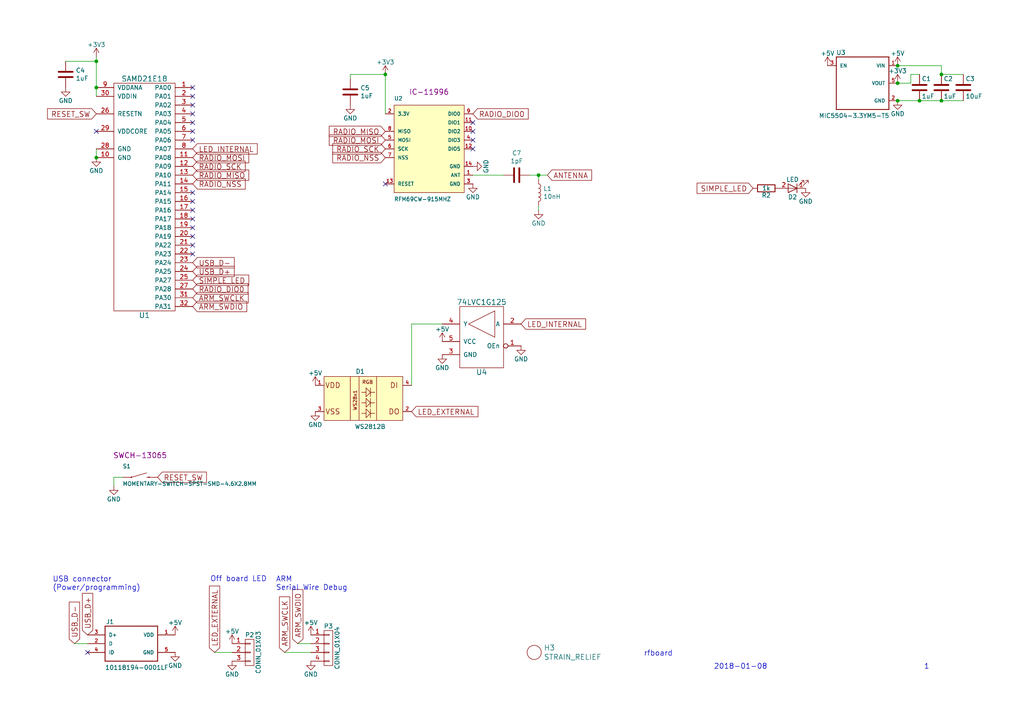
<source format=kicad_sch>
(kicad_sch (version 20231120) (generator "eeschema") (generator_version "8.0")
  (paper "A4")
  (lib_symbols
    (symbol "10118194-0001LF:10118194-0001LF" (pin_names (offset 1.016))
      (property "Reference" "J" (at -7.366 5.588 0))
      (property "Value" "10118194-0001LF" (at -7.6454 -7.6454 0))
      (symbol "10118194-0001LF_0_0"
        (polyline (pts (xy -7.62 -5.08) (xy 7.62 -5.08)) (stroke (width 0.254)))
        (polyline (pts (xy -7.62 5.08) (xy -7.62 -5.08)) (stroke (width 0.254)))
        (polyline (pts (xy 7.62 -5.08) (xy 7.62 5.08)) (stroke (width 0.254)))
        (polyline (pts (xy 7.62 5.08) (xy -7.62 5.08)) (stroke (width 0.254)))
        (pin power_out line (at 12.7 2.54 180) (length 5.08) (name "VDD") (number "1"))
        (pin bidirectional line (at -12.7 0 0) (length 5.08) (name "D") (number "2"))
        (pin bidirectional line (at -12.7 2.54 0) (length 5.08) (name "D+") (number "3"))
        (pin passive line (at -12.7 -2.54 0) (length 5.08) (name "ID") (number "4"))
        (pin power_out line (at 12.7 -2.54 180) (length 5.08) (name "GND") (number "5"))
      )
    )
    (symbol "Device:C" (pin_numbers hide) (pin_names (offset 0.254))
      (property "Reference" "C" (at 0.635 2.54 0))
      (property "Value" "C" (at 0.635 -2.54 0))
      (symbol "C_0_1"
        (polyline (pts (xy -2.032 -0.762) (xy 2.032 -0.762)) (stroke (width 0.508)))
        (polyline (pts (xy -2.032 0.762) (xy 2.032 0.762)) (stroke (width 0.508)))
      )
      (symbol "C_1_1"
        (pin passive line (at 0 3.81 270) (length 2.794) (name "~") (number "1"))
        (pin passive line (at 0 -3.81 90) (length 2.794) (name "~") (number "2"))
      )
    )
    (symbol "Device:L" (pin_numbers hide) (pin_names (offset 1.016) hide)
      (property "Reference" "L" (at -1.27 0 90))
      (property "Value" "L" (at 1.905 0 90))
      (symbol "L_0_1"
        (arc (start 0 -2.54) (mid 0.6323 -1.905) (end 0 -1.27))
        (arc (start 0 -1.27) (mid 0.6323 -0.635) (end 0 0))
        (arc (start 0 0) (mid 0.6323 0.635) (end 0 1.27))
        (arc (start 0 1.27) (mid 0.6323 1.905) (end 0 2.54))
      )
      (symbol "L_1_1"
        (pin passive line (at 0 3.81 270) (length 1.27) (name "1") (number "1"))
        (pin passive line (at 0 -3.81 90) (length 1.27) (name "2") (number "2"))
      )
    )
    (symbol "Homebrew:HOLE" (pin_names (offset 1.016))
      (property "Reference" "H" (at 0 -3.302 0))
      (property "Value" "HOLE" (at 0 3.048 0))
      (symbol "HOLE_0_1"
        (circle (center 0 0) (radius 2.0574))
      )
    )
    (symbol "Homebrew:SAMD21E18" (pin_names (offset 1.016))
      (property "Reference" "U" (at -2.54 -36.83 0))
      (property "Value" "SAMD21E18" (at -2.54 31.75 0))
      (symbol "SAMD21E18_0_1"
        (rectangle (start -11.43 30.48) (end 6.35 -35.56))
      )
      (symbol "SAMD21E18_1_1"
        (pin bidirectional line (at 11.43 29.21 180) (length 5.08) (name "PA00") (number "1"))
        (pin power_in line (at -16.51 8.89 0) (length 5.08) (name "GND") (number "10"))
        (pin bidirectional line (at 11.43 8.89 180) (length 5.08) (name "PA08") (number "11"))
        (pin bidirectional line (at 11.43 6.35 180) (length 5.08) (name "PA09") (number "12"))
        (pin bidirectional line (at 11.43 3.81 180) (length 5.08) (name "PA10") (number "13"))
        (pin bidirectional line (at 11.43 1.27 180) (length 5.08) (name "PA11") (number "14"))
        (pin bidirectional line (at 11.43 -1.27 180) (length 5.08) (name "PA14") (number "15"))
        (pin bidirectional line (at 11.43 -3.81 180) (length 5.08) (name "PA15") (number "16"))
        (pin bidirectional line (at 11.43 -6.35 180) (length 5.08) (name "PA16") (number "17"))
        (pin bidirectional line (at 11.43 -8.89 180) (length 5.08) (name "PA17") (number "18"))
        (pin bidirectional line (at 11.43 -11.43 180) (length 5.08) (name "PA18") (number "19"))
        (pin bidirectional line (at 11.43 26.67 180) (length 5.08) (name "PA01") (number "2"))
        (pin bidirectional line (at 11.43 -13.97 180) (length 5.08) (name "PA19") (number "20"))
        (pin bidirectional line (at 11.43 -16.51 180) (length 5.08) (name "PA22") (number "21"))
        (pin bidirectional line (at 11.43 -19.05 180) (length 5.08) (name "PA23") (number "22"))
        (pin bidirectional line (at 11.43 -21.59 180) (length 5.08) (name "PA24") (number "23"))
        (pin bidirectional line (at 11.43 -24.13 180) (length 5.08) (name "PA25") (number "24"))
        (pin bidirectional line (at 11.43 -26.67 180) (length 5.08) (name "PA27") (number "25"))
        (pin input line (at -16.51 21.59 0) (length 5.08) (name "RESETN") (number "26"))
        (pin bidirectional line (at 11.43 -29.21 180) (length 5.08) (name "PA28") (number "27"))
        (pin power_in line (at -16.51 11.43 0) (length 5.08) (name "GND") (number "28"))
        (pin output line (at -16.51 16.51 0) (length 5.08) (name "VDDCORE") (number "29"))
        (pin bidirectional line (at 11.43 24.13 180) (length 5.08) (name "PA02") (number "3"))
        (pin power_in line (at -16.51 26.67 0) (length 5.08) (name "VDDIN") (number "30"))
        (pin bidirectional line (at 11.43 -31.75 180) (length 5.08) (name "PA30") (number "31"))
        (pin bidirectional line (at 11.43 -34.29 180) (length 5.08) (name "PA31") (number "32"))
        (pin bidirectional line (at 11.43 21.59 180) (length 5.08) (name "PA03") (number "4"))
        (pin bidirectional line (at 11.43 19.05 180) (length 5.08) (name "PA04") (number "5"))
        (pin bidirectional line (at 11.43 16.51 180) (length 5.08) (name "PA05") (number "6"))
        (pin bidirectional line (at 11.43 13.97 180) (length 5.08) (name "PA06") (number "7"))
        (pin bidirectional line (at 11.43 11.43 180) (length 5.08) (name "PA07") (number "8"))
        (pin power_in line (at -16.51 29.21 0) (length 5.08) (name "VDDANA") (number "9"))
      )
    )
    (symbol "MIC5504-3.3YM5-T5:MIC5504-3.3YM5-T5" (pin_names (offset 1.016))
      (property "Reference" "U" (at -7.6454 8.1534 0))
      (property "Value" "MIC5504-3.3YM5-T5" (at -7.6454 -10.1854 0))
      (symbol "MIC5504-3.3YM5-T5_0_0"
        (polyline (pts (xy -7.62 -7.62) (xy 7.62 -7.62)) (stroke (width 0.254)))
        (polyline (pts (xy -7.62 7.62) (xy -7.62 -7.62)) (stroke (width 0.254)))
        (polyline (pts (xy 7.62 -7.62) (xy 7.62 7.62)) (stroke (width 0.254)))
        (polyline (pts (xy 7.62 7.62) (xy -7.62 7.62)) (stroke (width 0.254)))
        (pin power_in line (at 10.16 5.08 180) (length 2.54) (name "VIN") (number "1"))
        (pin power_in line (at 10.16 -5.08 180) (length 2.54) (name "GND") (number "2"))
        (pin input line (at -10.16 5.08 0) (length 2.54) (name "EN") (number "3"))
        (pin output line (at 10.16 0 180) (length 2.54) (name "VOUT") (number "5"))
      )
    )
    (symbol "SparkFun-RF:RFM69CW-915MHZ" (pin_names (offset 1.016))
      (property "Reference" "U" (at -10.16 13.97 0))
      (property "Value" "RFM69CW-915MHZ" (at -10.16 -15.24 0))
      (property "Field5" "IC-11996" (at 0 16.51 0))
      (symbol "RFM69CW-915MHZ_1_1"
        (polyline (pts (xy -10.16 12.7) (xy -10.16 -12.7) (xy 10.16 -12.7) (xy 10.16 12.7) (xy -10.16 12.7)) (fill (type background)))
        (pin passive line (at 12.7 -7.62 180) (length 2.54) (name "ANT") (number "1"))
        (pin bidirectional line (at 12.7 5.08 180) (length 2.54) (name "DIO2") (number "10"))
        (pin bidirectional line (at 12.7 7.62 180) (length 2.54) (name "DIO1") (number "11"))
        (pin bidirectional line (at 12.7 0 180) (length 2.54) (name "DIO5") (number "12"))
        (pin input line (at -12.7 -10.16 0) (length 2.54) (name "RESET") (number "13"))
        (pin power_in line (at 12.7 -5.08 180) (length 2.54) (name "GND") (number "14"))
        (pin power_in line (at -12.7 10.16 0) (length 2.54) (name "3.3V") (number "2"))
        (pin power_in line (at 12.7 -10.16 180) (length 2.54) (name "GND") (number "3"))
        (pin bidirectional line (at 12.7 2.54 180) (length 2.54) (name "DIO3") (number "4"))
        (pin input line (at -12.7 2.54 0) (length 2.54) (name "MOSI") (number "5"))
        (pin input line (at -12.7 0 0) (length 2.54) (name "SCK") (number "6"))
        (pin input line (at -12.7 -2.54 0) (length 2.54) (name "NSS") (number "7"))
        (pin bidirectional line (at -12.7 5.08 0) (length 2.54) (name "MISO") (number "8"))
        (pin bidirectional line (at 12.7 10.16 180) (length 2.54) (name "DIO0") (number "9"))
      )
    )
    (symbol "SparkFun-Switches:MOMENTARY-SWITCH-SPST-SMD-4.6X2.8MM" (pin_numbers hide) (pin_names (offset 1.016) hide)
      (property "Reference" "S" (at -5.08 2.54 0))
      (property "Value" "MOMENTARY-SWITCH-SPST-SMD-4.6X2.8MM" (at -5.08 -2.54 0))
      (property "Field5" "SWCH-13065" (at 0 6.35 0))
      (symbol "MOMENTARY-SWITCH-SPST-SMD-4.6X2.8MM_1_0"
        (polyline (pts (xy -2.54 0) (xy 1.905 1.27)))
        (polyline (pts (xy 1.905 0) (xy 2.54 0)))
      )
      (symbol "MOMENTARY-SWITCH-SPST-SMD-4.6X2.8MM_1_1"
        (circle (center -2.54 0) (radius 0.127) (fill (type outline)))
        (circle (center 2.54 0) (radius 0.127) (fill (type outline)))
        (pin passive line (at -5.08 0 0) (length 2.54) (name "1") (number "1"))
        (pin passive line (at -5.08 0 0) (length 2.54) hide (name "1") (number "2"))
        (pin passive line (at 5.08 0 180) (length 2.54) (name "2") (number "3"))
        (pin passive line (at 5.08 0 180) (length 2.54) hide (name "2") (number "4"))
      )
    )
    (symbol "rfboard-rescue:+3V3-power" (power) (pin_names (offset 0))
      (property "Value" "power_+3V3" (at 0 3.556 0))
      (symbol "+3V3-power_0_1"
        (polyline (pts (xy -0.762 1.27) (xy 0 2.54)))
        (polyline (pts (xy 0 0) (xy 0 2.54)))
        (polyline (pts (xy 0 2.54) (xy 0.762 1.27)))
      )
      (symbol "+3V3-power_1_1"
        (pin power_in line (at 0 0 90) (length 0) hide (name "+3V3") (number "1"))
      )
    )
    (symbol "rfboard-rescue:+5V-power" (power) (pin_names (offset 0))
      (property "Value" "power_+5V" (at 0 3.556 0))
      (symbol "+5V-power_0_1"
        (polyline (pts (xy -0.762 1.27) (xy 0 2.54)))
        (polyline (pts (xy 0 0) (xy 0 2.54)))
        (polyline (pts (xy 0 2.54) (xy 0.762 1.27)))
      )
      (symbol "+5V-power_1_1"
        (pin power_in line (at 0 0 90) (length 0) hide (name "+5V") (number "1"))
      )
    )
    (symbol "rfboard-rescue:74LVC1G125" (pin_names (offset 1.016))
      (property "Reference" "U" (at 1.27 -12.7 0))
      (property "Value" "74LVC1G125" (at 1.27 7.62 0))
      (symbol "74LVC1G125_0_1"
        (rectangle (start -5.08 6.35) (end 7.62 -11.43))
        (polyline (pts (xy -2.54 5.08) (xy -2.54 -2.54)))
        (polyline (pts (xy -2.54 -2.54) (xy 5.08 1.27) (xy -2.54 5.08)))
      )
      (symbol "74LVC1G125_1_1"
        (pin input inverted (at -10.16 -5.08 0) (length 5.08) (name "OEn") (number "1"))
        (pin input line (at -10.16 1.27 0) (length 5.08) (name "A") (number "2"))
        (pin power_in line (at 12.7 -7.62 180) (length 5.08) (name "GND") (number "3"))
        (pin output line (at 12.7 1.27 180) (length 5.08) (name "Y") (number "4"))
        (pin power_in line (at 12.7 -3.81 180) (length 5.08) (name "VCC") (number "5"))
      )
    )
    (symbol "rfboard-rescue:C" (pin_numbers hide) (pin_names (offset 0.254))
      (property "Reference" "C" (at 0.635 2.54 0))
      (property "Value" "C" (at 0.635 -2.54 0))
      (symbol "C_0_1"
        (polyline (pts (xy -2.032 -0.762) (xy 2.032 -0.762)) (stroke (width 0.508)))
        (polyline (pts (xy -2.032 0.762) (xy 2.032 0.762)) (stroke (width 0.508)))
      )
      (symbol "C_1_1"
        (pin passive line (at 0 3.81 270) (length 2.794) (name "~") (number "1"))
        (pin passive line (at 0 -3.81 90) (length 2.794) (name "~") (number "2"))
      )
    )
    (symbol "rfboard-rescue:CONN_01X03" (pin_names (offset 1.016) hide)
      (property "Reference" "J" (at 0 5.08 0))
      (property "Value" "CONN_01X03" (at 2.54 0 90))
      (symbol "CONN_01X03_0_1"
        (rectangle (start -1.27 -2.413) (end 0.254 -2.667))
        (rectangle (start -1.27 0.127) (end 0.254 -0.127))
        (rectangle (start -1.27 2.667) (end 0.254 2.413))
        (rectangle (start -1.27 3.81) (end 1.27 -3.81))
      )
      (symbol "CONN_01X03_1_1"
        (pin passive line (at -5.08 2.54 0) (length 3.81) (name "P1") (number "1"))
        (pin passive line (at -5.08 0 0) (length 3.81) (name "P2") (number "2"))
        (pin passive line (at -5.08 -2.54 0) (length 3.81) (name "P3") (number "3"))
      )
    )
    (symbol "rfboard-rescue:CONN_01X04" (pin_names (offset 1.016) hide)
      (property "Reference" "J" (at 0 6.35 0))
      (property "Value" "CONN_01X04" (at 2.54 0 90))
      (symbol "CONN_01X04_0_1"
        (rectangle (start -1.27 -3.683) (end 0.254 -3.937))
        (rectangle (start -1.27 -1.143) (end 0.254 -1.397))
        (rectangle (start -1.27 1.397) (end 0.254 1.143))
        (rectangle (start -1.27 3.937) (end 0.254 3.683))
        (rectangle (start -1.27 5.08) (end 1.27 -5.08))
      )
      (symbol "CONN_01X04_1_1"
        (pin passive line (at -5.08 3.81 0) (length 3.81) (name "P1") (number "1"))
        (pin passive line (at -5.08 1.27 0) (length 3.81) (name "P2") (number "2"))
        (pin passive line (at -5.08 -1.27 0) (length 3.81) (name "P3") (number "3"))
        (pin passive line (at -5.08 -3.81 0) (length 3.81) (name "P4") (number "4"))
      )
    )
    (symbol "rfboard-rescue:GND-power" (power) (pin_names (offset 0))
      (property "Value" "power_GND" (at 0 -3.81 0))
      (symbol "GND-power_0_1"
        (polyline (pts (xy 0 0) (xy 0 -1.27) (xy 1.27 -1.27) (xy 0 -2.54) (xy -1.27 -1.27) (xy 0 -1.27)))
      )
      (symbol "GND-power_1_1"
        (pin power_in line (at 0 0 270) (length 0) hide (name "GND") (number "1"))
      )
    )
    (symbol "rfboard-rescue:LED" (pin_names (offset 1.016) hide)
      (property "Reference" "D" (at 0 2.54 0))
      (property "Value" "LED" (at 0 -2.54 0))
      (symbol "LED_0_1"
        (polyline (pts (xy -1.27 -1.27) (xy -1.27 1.27)) (stroke (width 0.2032)))
        (polyline (pts (xy -1.27 0) (xy 1.27 0)))
        (polyline (pts (xy 1.27 -1.27) (xy 1.27 1.27) (xy -1.27 0) (xy 1.27 -1.27)) (stroke (width 0.2032)))
        (polyline (pts (xy -3.048 -0.762) (xy -4.572 -2.286) (xy -3.81 -2.286) (xy -4.572 -2.286) (xy -4.572 -1.524)))
        (polyline (pts (xy -1.778 -0.762) (xy -3.302 -2.286) (xy -2.54 -2.286) (xy -3.302 -2.286) (xy -3.302 -1.524)))
      )
      (symbol "LED_1_1"
        (pin passive line (at -3.81 0 0) (length 2.54) (name "K") (number "1"))
        (pin passive line (at 3.81 0 180) (length 2.54) (name "A") (number "2"))
      )
    )
    (symbol "rfboard-rescue:R" (pin_numbers hide) (pin_names (offset 0))
      (property "Reference" "R" (at 2.032 0 90))
      (property "Value" "R" (at 0 0 90))
      (symbol "R_0_1"
        (rectangle (start -1.016 -2.54) (end 1.016 2.54) (stroke (width 0.254)))
      )
      (symbol "R_1_1"
        (pin passive line (at 0 3.81 270) (length 1.27) (name "~") (number "1"))
        (pin passive line (at 0 -3.81 90) (length 1.27) (name "~") (number "2"))
      )
    )
    (symbol "rfboard-rescue:WS2812B-RESCUE-rfboard" (pin_names (offset 1.016) hide)
      (property "Reference" "D" (at -11.43 8.89 0))
      (property "Value" "WS2812B-RESCUE-rfboard" (at -11.43 -7.62 0))
      (property "Field5" "DIO-12503" (at 0 12.7 0))
      (symbol "WS2812B-RESCUE-rfboard_0_0"
        (text "DI" (at 8.89 5.08 0) (effects (font (size 1.524 1.524))))
        (text "DO" (at 8.89 -2.54 0) (effects (font (size 1.524 1.524))))
        (text "VDD" (at -8.89 5.08 0) (effects (font (size 1.524 1.524))))
        (text "VSS" (at -8.89 -2.54 0) (effects (font (size 1.524 1.524))))
      )
      (symbol "WS2812B-RESCUE-rfboard_1_0"
        (polyline (pts (xy -3.81 7.62) (xy -3.81 -5.08)))
        (polyline (pts (xy -1.27 7.62) (xy -1.27 -5.08)))
        (polyline (pts (xy 0.762 -3.048) (xy -0.508 -3.048)))
        (polyline (pts (xy 0.762 0) (xy -0.508 0)))
        (polyline (pts (xy 0.762 3.048) (xy -0.508 3.048)))
        (polyline (pts (xy 2.032 -3.048) (xy 2.032 -4.318)))
        (polyline (pts (xy 2.032 -3.048) (xy 3.302 -3.048)))
        (polyline (pts (xy 2.032 -1.778) (xy 2.032 -3.048)))
        (polyline (pts (xy 2.032 0) (xy 2.032 -1.27)))
        (polyline (pts (xy 2.032 0) (xy 3.302 0)))
        (polyline (pts (xy 2.032 1.27) (xy 2.032 0)))
        (polyline (pts (xy 2.032 3.048) (xy 2.032 1.778)))
        (polyline (pts (xy 2.032 3.048) (xy 3.302 3.048)))
        (polyline (pts (xy 2.032 4.318) (xy 2.032 3.048)))
        (polyline (pts (xy 3.81 7.62) (xy 3.81 -5.08)))
        (text "RGB" (at 1.1938 6.0198 0) (effects (font (size 1.016 1.016))))
        (text "WS28x1" (at -2.413 0.762 900) (effects (font (size 1.016 1.016))))
      )
      (symbol "WS2812B-RESCUE-rfboard_1_1"
        (polyline (pts (xy 0.762 -1.778) (xy 0.762 -3.048) (xy 0.762 -4.318) (xy 2.032 -3.048) (xy 0.762 -1.778)) (fill (type background)))
        (polyline (pts (xy 0.762 1.27) (xy 0.762 0) (xy 0.762 -1.27) (xy 2.032 0) (xy 0.762 1.27)) (fill (type background)))
        (polyline (pts (xy 0.762 4.318) (xy 0.762 3.048) (xy 0.762 1.778) (xy 2.032 3.048) (xy 0.762 4.318)) (fill (type background)))
        (polyline (pts (xy 11.43 7.62) (xy 11.43 -5.08) (xy 3.81 -5.08) (xy -1.27 -5.08) (xy -3.81 -5.08) (xy -11.43 -5.08) (xy -11.43 7.62) (xy -3.81 7.62) (xy -1.27 7.62) (xy 3.81 7.62) (xy 11.43 7.62)) (fill (type background)))
        (pin power_in line (at -13.97 5.08 0) (length 2.54) (name "VDD") (number "1"))
        (pin output line (at 13.97 -2.54 180) (length 2.54) (name "DO") (number "2"))
        (pin power_in line (at -13.97 -2.54 0) (length 2.54) (name "VSS") (number "3"))
        (pin input line (at 13.97 5.08 180) (length 2.54) (name "DI") (number "4"))
      )
    )
  )
  (junction (at 273.05 21.59))
  (junction (at 260.35 24.13))
  (junction (at 27.94 25.4))
  (junction (at 260.35 19.05))
  (junction (at 27.94 17.78))
  (junction (at 260.35 29.21))
  (junction (at 156.21 50.8))
  (junction (at 111.76 21.59))
  (junction (at 27.94 45.72))
  (junction (at 266.7 29.21))
  (junction (at 273.05 29.21))
  (no_connect (at 55.88 60.96))
  (no_connect (at 55.88 40.64))
  (no_connect (at 55.88 35.56))
  (no_connect (at 55.88 71.12))
  (no_connect (at 27.94 38.1))
  (no_connect (at 111.76 53.34))
  (no_connect (at 137.16 38.1))
  (no_connect (at 137.16 43.18))
  (no_connect (at 55.88 68.58))
  (no_connect (at 55.88 73.66))
  (no_connect (at 55.88 55.88))
  (no_connect (at 55.88 30.48))
  (no_connect (at 55.88 33.02))
  (no_connect (at 55.88 38.1))
  (no_connect (at 55.88 25.4))
  (no_connect (at 55.88 58.42))
  (no_connect (at 55.88 66.04))
  (no_connect (at 25.4 189.23))
  (no_connect (at 55.88 63.5))
  (no_connect (at 137.16 40.64))
  (no_connect (at 55.88 27.94))
  (no_connect (at 137.16 35.56))
  (wire (pts (xy 119.38 93.98) (xy 119.38 111.76)))
  (wire (pts (xy 273.05 21.59) (xy 279.4 21.59)))
  (wire (pts (xy 266.7 29.21) (xy 273.05 29.21)))
  (wire (pts (xy 128.27 93.98) (xy 119.38 93.98)))
  (wire (pts (xy 260.35 29.21) (xy 266.7 29.21)))
  (wire (pts (xy 27.94 45.72) (xy 27.94 43.18)))
  (wire (pts (xy 33.02 138.43) (xy 35.56 138.43)))
  (wire (pts (xy 111.76 21.59) (xy 101.6 21.59)))
  (wire (pts (xy 273.05 19.05) (xy 273.05 21.59)))
  (wire (pts (xy 27.94 16.51) (xy 27.94 17.78)))
  (wire (pts (xy 156.21 50.8) (xy 158.75 50.8)))
  (wire (pts (xy 264.16 24.13) (xy 260.35 24.13)))
  (wire (pts (xy 62.23 189.23) (xy 67.31 189.23)))
  (wire (pts (xy 273.05 29.21) (xy 279.4 29.21)))
  (wire (pts (xy 260.35 19.05) (xy 273.05 19.05)))
  (wire (pts (xy 266.7 21.59) (xy 264.16 21.59)))
  (wire (pts (xy 90.17 189.23) (xy 82.55 189.23)))
  (wire (pts (xy 101.6 21.59) (xy 101.6 22.86)))
  (wire (pts (xy 137.16 50.8) (xy 146.05 50.8)))
  (wire (pts (xy 153.67 50.8) (xy 156.21 50.8)))
  (wire (pts (xy 264.16 21.59) (xy 264.16 24.13)))
  (wire (pts (xy 27.94 17.78) (xy 27.94 25.4)))
  (wire (pts (xy 111.76 21.59) (xy 111.76 33.02)))
  (wire (pts (xy 21.59 186.69) (xy 25.4 186.69)))
  (wire (pts (xy 33.02 140.97) (xy 33.02 138.43)))
  (wire (pts (xy 156.21 52.07) (xy 156.21 50.8)))
  (wire (pts (xy 27.94 27.94) (xy 27.94 25.4)))
  (wire (pts (xy 156.21 59.69) (xy 156.21 60.96)))
  (wire (pts (xy 27.94 17.78) (xy 19.05 17.78)))
  (wire (pts (xy 86.36 186.69) (xy 90.17 186.69)))
  (text "USB connector\n(Power/programming)" (at 15.24 171.45 0) (effects (font (size 1.524 1.524)) (justify left bottom)))
  (text "rfboard" (at 186.69 190.5 0) (effects (font (size 1.524 1.524)) (justify left bottom)))
  (text "Off board LED" (at 60.96 168.91 0) (effects (font (size 1.524 1.524)) (justify left bottom)))
  (text "1	" (at 267.97 194.31 0) (effects (font (size 1.524 1.524)) (justify left bottom)))
  (text "2018-01-08" (at 207.01 194.31 0) (effects (font (size 1.524 1.524)) (justify left bottom)))
  (text "ARM\nSerial Wire Debug" (at 80.01 171.45 0) (effects (font (size 1.524 1.524)) (justify left bottom)))
  (global_label "SIMPLE_LED" (shape input) (at 218.44 54.61 180) (effects (font (size 1.524 1.524))) (property "Intersheetrefs" "${INTERSHEET_REFS}" (effects (hide yes))))
  (global_label "ARM_SWCLK" (shape input) (at 55.88 86.36 0) (effects (font (size 1.524 1.524))) (property "Intersheetrefs" "${INTERSHEET_REFS}" (effects (hide yes))))
  (global_label "RADIO_DIO0" (shape input) (at 55.88 83.82 0) (effects (font (size 1.524 1.524))) (property "Intersheetrefs" "${INTERSHEET_REFS}" (effects (hide yes))))
  (global_label "RADIO_MISO" (shape input) (at 55.88 50.8 0) (effects (font (size 1.524 1.524))) (property "Intersheetrefs" "${INTERSHEET_REFS}" (effects (hide yes))))
  (global_label "ARM_SWDIO" (shape input) (at 86.36 186.69 90) (effects (font (size 1.524 1.524))) (property "Intersheetrefs" "${INTERSHEET_REFS}" (effects (hide yes))))
  (global_label "LED_INTERNAL" (shape input) (at 151.13 93.98 0) (effects (font (size 1.524 1.524))) (property "Intersheetrefs" "${INTERSHEET_REFS}" (effects (hide yes))))
  (global_label "USB_D+" (shape input) (at 25.4 184.15 90) (effects (font (size 1.524 1.524))) (property "Intersheetrefs" "${INTERSHEET_REFS}" (effects (hide yes))))
  (global_label "RESET_SW" (shape input) (at 45.72 138.43 0) (effects (font (size 1.524 1.524))) (property "Intersheetrefs" "${INTERSHEET_REFS}" (effects (hide yes))))
  (global_label "ARM_SWCLK" (shape input) (at 82.55 189.23 90) (effects (font (size 1.524 1.524))) (property "Intersheetrefs" "${INTERSHEET_REFS}" (effects (hide yes))))
  (global_label "RADIO_MISO" (shape input) (at 111.76 38.1 180) (effects (font (size 1.524 1.524))) (property "Intersheetrefs" "${INTERSHEET_REFS}" (effects (hide yes))))
  (global_label "RADIO_NSS" (shape input) (at 55.88 53.34 0) (effects (font (size 1.524 1.524))) (property "Intersheetrefs" "${INTERSHEET_REFS}" (effects (hide yes))))
  (global_label "SIMPLE_LED" (shape input) (at 55.88 81.28 0) (effects (font (size 1.524 1.524))) (property "Intersheetrefs" "${INTERSHEET_REFS}" (effects (hide yes))))
  (global_label "LED_EXTERNAL" (shape input) (at 119.38 119.38 0) (effects (font (size 1.524 1.524))) (property "Intersheetrefs" "${INTERSHEET_REFS}" (effects (hide yes))))
  (global_label "USB_D-" (shape input) (at 55.88 76.2 0) (effects (font (size 1.524 1.524))) (property "Intersheetrefs" "${INTERSHEET_REFS}" (effects (hide yes))))
  (global_label "USB_D+" (shape input) (at 55.88 78.74 0) (effects (font (size 1.524 1.524))) (property "Intersheetrefs" "${INTERSHEET_REFS}" (effects (hide yes))))
  (global_label "RESET_SW" (shape input) (at 27.94 33.02 180) (effects (font (size 1.524 1.524))) (property "Intersheetrefs" "${INTERSHEET_REFS}" (effects (hide yes))))
  (global_label "RADIO_MOSI" (shape input) (at 55.88 45.72 0) (effects (font (size 1.524 1.524))) (property "Intersheetrefs" "${INTERSHEET_REFS}" (effects (hide yes))))
  (global_label "RADIO_MOSI" (shape input) (at 111.76 40.64 180) (effects (font (size 1.524 1.524))) (property "Intersheetrefs" "${INTERSHEET_REFS}" (effects (hide yes))))
  (global_label "RADIO_NSS" (shape input) (at 111.76 45.72 180) (effects (font (size 1.524 1.524))) (property "Intersheetrefs" "${INTERSHEET_REFS}" (effects (hide yes))))
  (global_label "ARM_SWDIO" (shape input) (at 55.88 88.9 0) (effects (font (size 1.524 1.524))) (property "Intersheetrefs" "${INTERSHEET_REFS}" (effects (hide yes))))
  (global_label "LED_INTERNAL" (shape input) (at 55.88 43.18 0) (effects (font (size 1.524 1.524))) (property "Intersheetrefs" "${INTERSHEET_REFS}" (effects (hide yes))))
  (global_label "ANTENNA" (shape input) (at 158.75 50.8 0) (effects (font (size 1.524 1.524))) (property "Intersheetrefs" "${INTERSHEET_REFS}" (effects (hide yes))))
  (global_label "USB_D-" (shape input) (at 21.59 186.69 90) (effects (font (size 1.524 1.524))) (property "Intersheetrefs" "${INTERSHEET_REFS}" (effects (hide yes))))
  (global_label "RADIO_SCK" (shape input) (at 111.76 43.18 180) (effects (font (size 1.524 1.524))) (property "Intersheetrefs" "${INTERSHEET_REFS}" (effects (hide yes))))
  (global_label "RADIO_SCK" (shape input) (at 55.88 48.26 0) (effects (font (size 1.524 1.524))) (property "Intersheetrefs" "${INTERSHEET_REFS}" (effects (hide yes))))
  (global_label "LED_EXTERNAL" (shape input) (at 62.23 189.23 90) (effects (font (size 1.524 1.524))) (property "Intersheetrefs" "${INTERSHEET_REFS}" (effects (hide yes))))
  (global_label "RADIO_DIO0" (shape input) (at 137.16 33.02 0) (effects (font (size 1.524 1.524))) (property "Intersheetrefs" "${INTERSHEET_REFS}" (effects (hide yes))))
  (symbol (lib_id "rfboard-rescue:CONN_01X03") (at 72.39 189.23 0) (unit 1)
    (property "Reference" "P2" (at 72.39 184.15 0))
    (property "Value" "CONN_01X03" (at 74.93 189.23 90))
    (property "Footprint" "Connector_PinHeader_2.54mm:PinHeader_1x03_P2.54mm_Vertical" (effects (hide yes)))
  )
  (symbol (lib_id "rfboard-rescue:+5V-power") (at 67.31 186.69 0) (unit 1)
    (property "Reference" "#PWR01" (effects (hide yes)))
    (property "Value" "+5V" (at 67.31 183.134 0))
  )
  (symbol (lib_id "rfboard-rescue:GND-power") (at 67.31 191.77 0) (unit 1)
    (property "Reference" "#PWR02" (effects (hide yes)))
    (property "Value" "GND" (at 67.31 195.58 0))
  )
  (symbol (lib_id "rfboard-rescue:CONN_01X04") (at 95.25 187.96 0) (unit 1)
    (property "Reference" "P3" (at 95.25 181.61 0))
    (property "Value" "CONN_01X04" (at 97.79 187.96 90))
    (property "Footprint" "Connector_PinHeader_2.54mm:PinHeader_1x04_P2.54mm_Vertical" (effects (hide yes)))
  )
  (symbol (lib_id "rfboard-rescue:GND-power") (at 90.17 191.77 0) (unit 1)
    (property "Reference" "#PWR03" (effects (hide yes)))
    (property "Value" "GND" (at 90.17 195.58 0))
  )
  (symbol (lib_id "rfboard-rescue:+5V-power") (at 50.8 184.15 0) (unit 1)
    (property "Reference" "#PWR04" (effects (hide yes)))
    (property "Value" "+5V" (at 50.8 180.594 0))
  )
  (symbol (lib_id "rfboard-rescue:GND-power") (at 50.8 189.23 0) (unit 1)
    (property "Reference" "#PWR05" (effects (hide yes)))
    (property "Value" "GND" (at 50.8 193.04 0))
  )
  (symbol (lib_id "rfboard-rescue:GND-power") (at 137.16 48.26 90) (unit 1)
    (property "Reference" "#PWR06" (effects (hide yes)))
    (property "Value" "GND" (at 140.97 48.26 0))
  )
  (symbol (lib_id "rfboard-rescue:GND-power") (at 137.16 53.34 0) (unit 1)
    (property "Reference" "#PWR07" (effects (hide yes)))
    (property "Value" "GND" (at 137.16 57.15 0))
  )
  (symbol (lib_id "rfboard-rescue:WS2812B-RESCUE-rfboard") (at 105.41 116.84 0) (unit 1)
    (property "Reference" "D1" (at 103.124 108.458 0) (effects (justify left bottom)))
    (property "Value" "WS2812B" (at 102.87 124.46 0) (effects (justify left bottom)))
    (property "Footprint" "homebrew:WS2812B" (effects (hide yes)))
  )
  (symbol (lib_id "rfboard-rescue:+5V-power") (at 91.44 111.76 0) (unit 1)
    (property "Reference" "#PWR08" (effects (hide yes)))
    (property "Value" "+5V" (at 91.44 108.204 0))
  )
  (symbol (lib_id "rfboard-rescue:GND-power") (at 91.44 119.38 0) (unit 1)
    (property "Reference" "#PWR09" (effects (hide yes)))
    (property "Value" "GND" (at 91.44 123.19 0))
  )
  (symbol (lib_id "rfboard-rescue:GND-power") (at 260.35 29.21 0) (unit 1)
    (property "Reference" "#PWR010" (effects (hide yes)))
    (property "Value" "GND" (at 260.35 33.02 0))
  )
  (symbol (lib_id "rfboard-rescue:+5V-power") (at 240.03 19.05 0) (unit 1)
    (property "Reference" "#PWR011" (effects (hide yes)))
    (property "Value" "+5V" (at 240.03 15.494 0))
  )
  (symbol (lib_id "rfboard-rescue:+3V3-power") (at 260.35 24.13 0) (unit 1)
    (property "Reference" "#PWR012" (effects (hide yes)))
    (property "Value" "+3V3" (at 260.35 20.574 0))
  )
  (symbol (lib_id "rfboard-rescue:+3V3-power") (at 111.76 21.59 0) (unit 1)
    (property "Reference" "#PWR013" (effects (hide yes)))
    (property "Value" "+3V3" (at 111.76 18.034 0))
  )
  (symbol (lib_name "10118194-0001LF:10118194-0001LF") (lib_id "10118194-0001LF:10118194-0001LF") (at 38.1 186.69 0) (unit 1)
    (property "Reference" "J1" (at 30.7086 181.0766 0) (effects (justify left bottom)))
    (property "Value" "10118194-0001LF" (at 30.4546 194.3354 0) (effects (justify left bottom)))
    (property "Footprint" "homebrew:FRAMATOME_10118194-0001LF_fixed_bridges" (effects (hide yes)))
    (property "Datasheet" "Amphenol" (effects (hide yes)))
    (property "Field4" "0.25 USD" (effects (hide yes)))
    (property "Field5" "DIP-4 FCI" (effects (hide yes)))
    (property "Field6" "Good" (effects (hide yes)))
    (property "Field7" "10118194-0001LF" (effects (hide yes)))
    (property "Field8" "CONN USB MICRO B RECPT SMT R/A" (effects (hide yes)))
  )
  (symbol (lib_name "SparkFun-RF:RFM69CW-915MHZ") (lib_id "SparkFun-RF:RFM69CW-915MHZ") (at 124.46 43.18 0) (unit 1)
    (property "Reference" "U2" (at 114.3 29.21 0) (effects (font (size 1.143 1.143)) (justify left bottom)))
    (property "Value" "RFM69CW-915MHZ" (at 114.3 58.42 0) (effects (font (size 1.143 1.143)) (justify left bottom)))
    (property "Footprint" "homebrew:RFM69CW-minimalpads" (effects (hide yes)))
    (property "Field4" "IC-11996" (at 124.46 26.67 0) (effects (font (size 1.524 1.524))))
  )
  (symbol (lib_name "MIC5504-3.3YM5-T5:MIC5504-3.3YM5-T5") (lib_id "MIC5504-3.3YM5-T5:MIC5504-3.3YM5-T5") (at 250.19 24.13 0) (unit 1)
    (property "Reference" "U3" (at 242.5446 15.9766 0) (effects (justify left bottom)))
    (property "Value" "MIC5504-3.3YM5-T5" (at 237.49 34.29 0) (effects (justify left bottom)))
    (property "Footprint" "MIC5504-3.3YM5-T5:SOT23-5P95_280X145XL45X37N" (effects (hide yes)))
    (property "Datasheet" "Microchip" (effects (hide yes)))
    (property "Field4" "SOT-23-5 Microchip" (effects (hide yes)))
    (property "Field5" "MIC5504-3.3YM5-T5" (effects (hide yes)))
    (property "Field6" "IC REG LINEAR 3.3V 300MA SOT23-5" (effects (hide yes)))
    (property "Field7" "Good" (effects (hide yes)))
    (property "Field8" "0.13 USD" (effects (hide yes)))
  )
  (symbol (lib_id "rfboard-rescue:+5V-power") (at 260.35 19.05 0) (unit 1)
    (property "Reference" "#PWR014" (effects (hide yes)))
    (property "Value" "+5V" (at 260.35 15.494 0))
  )
  (symbol (lib_id "rfboard-rescue:C") (at 266.7 25.4 0) (unit 1)
    (property "Reference" "C1" (at 267.335 22.86 0) (effects (justify left)))
    (property "Value" "1uF" (at 267.335 27.94 0) (effects (justify left)))
    (property "Footprint" "Capacitor_SMD:C_0603_1608Metric" (effects (hide yes)))
  )
  (symbol (lib_id "rfboard-rescue:C") (at 273.05 25.4 0) (unit 1)
    (property "Reference" "C2" (at 273.685 22.86 0) (effects (justify left)))
    (property "Value" "1uF" (at 273.685 27.94 0) (effects (justify left)))
    (property "Footprint" "Capacitor_SMD:C_0603_1608Metric" (effects (hide yes)))
  )
  (symbol (lib_id "rfboard-rescue:C") (at 279.4 25.4 0) (unit 1)
    (property "Reference" "C3" (at 280.035 22.86 0) (effects (justify left)))
    (property "Value" "10uF" (at 280.035 27.94 0) (effects (justify left)))
    (property "Footprint" "Capacitor_SMD:C_0805_2012Metric" (effects (hide yes)))
  )
  (symbol (lib_id "Homebrew:SAMD21E18") (at 44.45 54.61 0) (unit 1)
    (property "Reference" "U1" (at 41.91 91.44 0) (effects (font (size 1.524 1.524))))
    (property "Value" "SAMD21E18" (at 41.91 22.86 0) (effects (font (size 1.524 1.524))))
    (property "Footprint" "Sparkfun-Silicon-Standard:TQFP32-08" (effects (hide yes)))
  )
  (symbol (lib_id "rfboard-rescue:+3V3-power") (at 27.94 16.51 0) (unit 1)
    (property "Reference" "#PWR015" (effects (hide yes)))
    (property "Value" "+3V3" (at 27.94 12.954 0))
  )
  (symbol (lib_id "rfboard-rescue:GND-power") (at 27.94 45.72 0) (unit 1)
    (property "Reference" "#PWR016" (effects (hide yes)))
    (property "Value" "GND" (at 27.94 49.53 0))
  )
  (symbol (lib_id "rfboard-rescue:LED") (at 229.87 54.61 180) (unit 1)
    (property "Reference" "D2" (at 229.87 57.15 0))
    (property "Value" "LED" (at 229.87 52.07 0))
    (property "Footprint" "LED_SMD:LED_0603_1608Metric" (effects (hide yes)))
  )
  (symbol (lib_id "rfboard-rescue:GND-power") (at 233.68 54.61 0) (unit 1)
    (property "Reference" "#PWR017" (effects (hide yes)))
    (property "Value" "GND" (at 233.68 58.42 0))
  )
  (symbol (lib_id "rfboard-rescue:R") (at 222.25 54.61 270) (unit 1)
    (property "Reference" "R2" (at 222.25 56.642 90))
    (property "Value" "1k" (at 222.25 54.61 90))
    (property "Footprint" "Resistor_SMD:R_0603_1608Metric" (effects (hide yes)))
  )
  (symbol (lib_id "rfboard-rescue:+5V-power") (at 90.17 184.15 0) (unit 1)
    (property "Reference" "#PWR025" (effects (hide yes)))
    (property "Value" "+5V" (at 90.17 180.594 0))
  )
  (symbol (lib_id "rfboard-rescue:74LVC1G125") (at 140.97 95.25 0) (mirror y) (unit 1)
    (property "Reference" "U4" (at 139.7 107.95 0) (effects (font (size 1.524 1.524))))
    (property "Value" "74LVC1G125" (at 139.7 87.63 0) (effects (font (size 1.524 1.524))))
    (property "Footprint" "Package_TO_SOT_SMD:SOT-353_SC-70-5" (effects (hide yes)))
  )
  (symbol (lib_id "rfboard-rescue:GND-power") (at 128.27 102.87 0) (unit 1)
    (property "Reference" "#PWR026" (effects (hide yes)))
    (property "Value" "GND" (at 128.27 106.68 0))
  )
  (symbol (lib_id "rfboard-rescue:+5V-power") (at 128.27 99.06 0) (unit 1)
    (property "Reference" "#PWR027" (effects (hide yes)))
    (property "Value" "+5V" (at 128.27 95.504 0))
  )
  (symbol (lib_id "rfboard-rescue:GND-power") (at 151.13 100.33 0) (unit 1)
    (property "Reference" "#PWR028" (effects (hide yes)))
    (property "Value" "GND" (at 151.13 104.14 0))
  )
  (symbol (lib_id "rfboard-rescue:GND-power") (at 33.02 140.97 0) (unit 1)
    (property "Reference" "#PWR029" (effects (hide yes)))
    (property "Value" "GND" (at 33.02 144.78 0))
  )
  (symbol (lib_name "SparkFun-Switches:MOMENTARY-SWITCH-SPST-SMD-4.6X2.8MM") (lib_id "SparkFun-Switches:MOMENTARY-SWITCH-SPST-SMD-4.6X2.8MM") (at 40.64 138.43 0) (unit 1)
    (property "Reference" "S1" (at 35.56 135.89 0) (effects (font (size 1.143 1.143)) (justify left bottom)))
    (property "Value" "MOMENTARY-SWITCH-SPST-SMD-4.6X2.8MM" (at 35.56 140.97 0) (effects (font (size 1.143 1.143)) (justify left bottom)))
    (property "Footprint" "Sparkfun-Switches:TACTILE_SWITCH_SMD_4.6X2.8MM" (effects (hide yes)))
    (property "Field4" "SWCH-13065" (at 40.64 132.08 0) (effects (font (size 1.524 1.524))))
  )
  (symbol (lib_id "Device:C") (at 19.05 21.59 0) (unit 1)
    (property "Reference" "C4" (at 21.971 20.4216 0) (effects (justify left)))
    (property "Value" "1uF" (at 21.971 22.733 0) (effects (justify left)))
    (property "Footprint" "Capacitor_SMD:C_0603_1608Metric" (effects (hide yes)))
  )
  (symbol (lib_id "rfboard-rescue:GND-power") (at 19.05 25.4 0) (unit 1)
    (property "Reference" "#PWR031" (effects (hide yes)))
    (property "Value" "GND" (at 19.05 29.21 0))
  )
  (symbol (lib_id "Device:C") (at 101.6 26.67 0) (unit 1)
    (property "Reference" "C5" (at 104.521 25.5016 0) (effects (justify left)))
    (property "Value" "1uF" (at 104.521 27.813 0) (effects (justify left)))
    (property "Footprint" "Capacitor_SMD:C_0603_1608Metric" (effects (hide yes)))
  )
  (symbol (lib_id "rfboard-rescue:GND-power") (at 101.6 30.48 0) (unit 1)
    (property "Reference" "#PWR032" (effects (hide yes)))
    (property "Value" "GND" (at 101.6 34.29 0))
  )
  (symbol (lib_id "Homebrew:HOLE") (at 154.94 189.23 0) (unit 1)
    (property "Reference" "H3" (at 157.7086 187.8838 0) (effects (font (size 1.524 1.524)) (justify left)))
    (property "Value" "STRAIN_RELIEF" (at 157.7086 190.5762 0) (effects (font (size 1.524 1.524)) (justify left)))
    (property "Footprint" "homebrew:3_pin_2.54mm_pitch_strain_relief" (effects (hide yes)))
  )
  (symbol (lib_id "Device:C") (at 149.86 50.8 270) (unit 1)
    (property "Reference" "C7" (at 149.86 44.3992 90))
    (property "Value" "1pF" (at 149.86 46.7106 90))
    (property "Footprint" "Capacitor_SMD:C_0603_1608Metric" (effects (hide yes)))
  )
  (symbol (lib_id "Device:L") (at 156.21 55.88 0) (unit 1)
    (property "Reference" "L1" (at 157.5562 54.7116 0) (effects (justify left)))
    (property "Value" "10nH" (at 157.5562 57.023 0) (effects (justify left)))
    (property "Footprint" "Inductor_SMD:L_0603_1608Metric" (effects (hide yes)))
  )
  (symbol (lib_id "rfboard-rescue:GND-power") (at 156.21 60.96 0) (unit 1)
    (property "Reference" "#PWR019" (effects (hide yes)))
    (property "Value" "GND" (at 156.21 64.77 0))
  )
)
</source>
